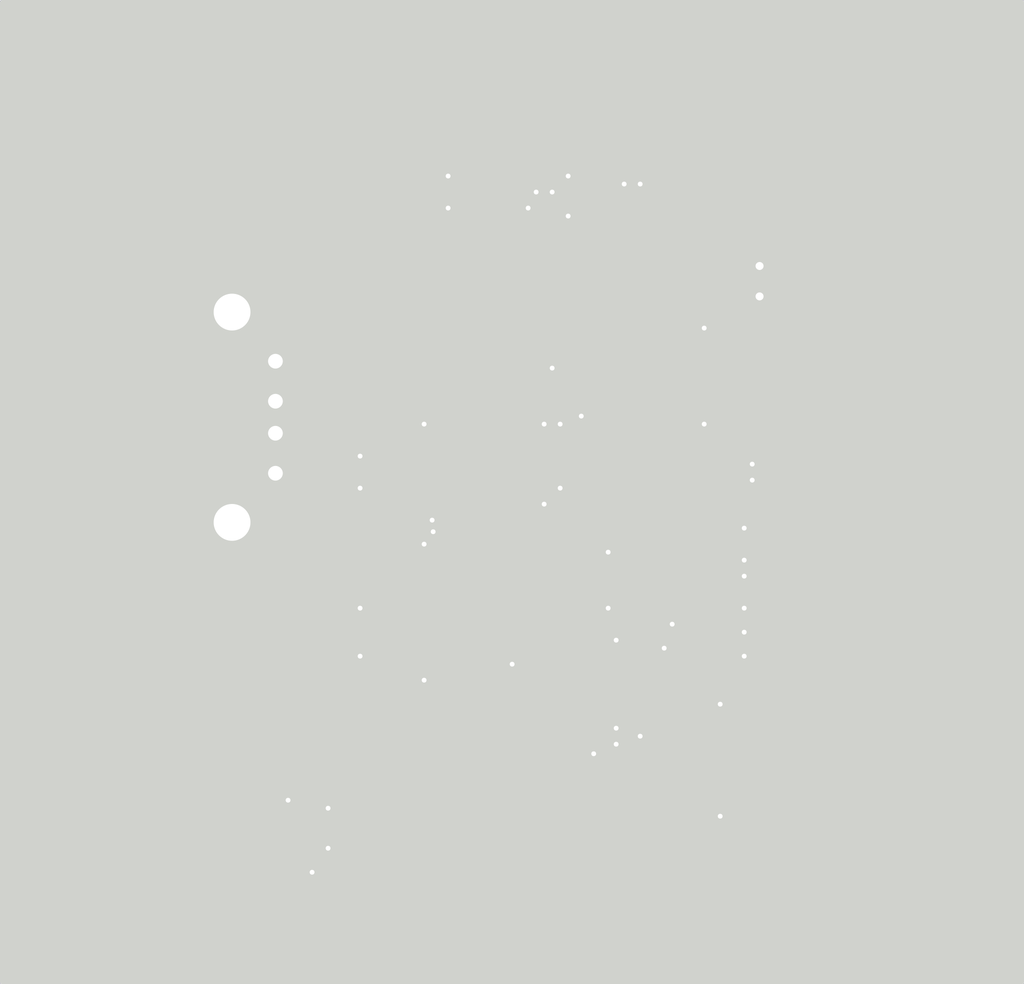
<source format=kicad_pcb>
(kicad_pcb (version 20241229) (generator "pcbnew") (generator_version "9.0")
  (layers (0 "F.Cu" signal) (4 "In1.Cu" signal) (6 "In2.Cu" signal) (8 "In3.Cu" signal) (10 "In4.Cu" signal) (2 "B.Cu" signal) (13 "F.Paste" user) (15 "B.Paste" user) (5 "F.SilkS" user "F.Silkscreen") (7 "B.SilkS" user "B.Silkscreen") (1 "F.Mask" user) (3 "B.Mask" user) (25 "Edge.Cuts" user))
  (net 0 "")
  (net 1 "SDC0_CMD")
  (net 2 "VDD")
  (net 3 "SDC0_D1")
  (net 4 "X32KIN")
  (net 5 "X32KOUT")
  (net 6 "SDC0_D2")
  (net 7 "SDC0_D3")
  (net 8 "SDC0_D0")
  (net 9 "SVREF")
  (net 10 "GNDREF")
  (net 11 "VCC-DRAM")
  (net 13 "RESET")
  (net 14 "HPVCC")
  (net 16 "VDD-CPU")
  (net 20 "MCSI_D1_N")
  (net 26 "MCSI_D0_N")
  (net 27 "MCSI_D0_P")
  (net 48 "SZQ")
  (net 57 "X24MOUT")
  (net 59 "SDC0_CLK")
  (net 60 "MCSI_CK_P")
  (net 62 "USB_ID")
  (net 64 "CSI-SCK")
  (net 65 "MCSI_CK_N")
  (net 68 "MCSI_D1_P")
  (net 69 "USB_P")
  (net 70 "X24MIN")
  (net 71 "RTC-VIO")
  (net 80 "USB_N")
  (net 82 "VDD-EPHY")
  (net 84 "CSI_SDA")
  (net 92 "+5V")
  (net 96 "VCC-PLL")
  (footprint "Capacitor_SMD:C_0805_2012Metric_Pad1.18x1.45mm_HandSolder" (layer "F.Cu") (at 156.71 125.6075 90)
    (property "Reference" "C24")
    (property "Value" "104")
  )
  (footprint "Capacitor_SMD:C_0805_2012Metric_Pad1.18x1.45mm_HandSolder" (layer "F.Cu") (at 141.5 82.9625 -90)
    (property "Reference" "C34")
    (property "Value" "104")
  )
  (footprint "Capacitor_SMD:C_0805_2012Metric_Pad1.18x1.45mm_HandSolder" (layer "F.Cu") (at 139.9625 93.5)
    (property "Reference" "C14")
    (property "Value" "104")
  )
  (footprint "Resistor_SMD:R_0805_2012Metric_Pad1.20x1.40mm_HandSolder" (layer "F.Cu") (at 129.71 123.57 -90)
    (property "Reference" "R9")
    (property "Value" "2k")
  )
  (footprint "Capacitor_SMD:C_0805_2012Metric_Pad1.18x1.45mm_HandSolder" (layer "F.Cu") (at 147.68 125.6075 90)
    (property "Reference" "C21")
    (property "Value" "1uF")
  )
  (footprint "Capacitor_SMD:C_0805_2012Metric_Pad1.18x1.45mm_HandSolder" (layer "F.Cu") (at 141.71 120.0325 90)
    (property "Reference" "C7")
    (property "Value" "10uF")
  )
  (footprint "Capacitor_SMD:C_0805_2012Metric_Pad1.18x1.45mm_HandSolder" (layer "F.Cu") (at 161.71 116.07 90)
    (property "Reference" "C15")
    (property "Value" "104")
  )
  (footprint "Capacitor_SMD:C_0805_2012Metric_Pad1.18x1.45mm_HandSolder" (layer "F.Cu") (at 132.2475 119.07)
    (property "Reference" "C28")
    (property "Value" "104")
  )
  (footprint "Capacitor_SMD:C_0805_2012Metric_Pad1.18x1.45mm_HandSolder" (layer "F.Cu") (at 133.21 123.6075 90)
    (property "Reference" "C12")
    (property "Value" "104")
  )
  (footprint "Connector_USB:USB_A_Connfly_DS1095" (layer "F.Cu") (at 132.71 93.57 -90)
    (property "Reference" "J2")
    (property "Value" "USB_A")
  )
  (footprint "Capacitor_SMD:C_0805_2012Metric_Pad1.18x1.45mm_HandSolder" (layer "F.Cu") (at 150.71 120.0325 90)
    (property "Reference" "C10")
    (property "Value" "104")
  )
  (footprint "Capacitor_SMD:C_0805_2012Metric_Pad1.18x1.45mm_HandSolder" (layer "F.Cu") (at 150.69 125.6075 90)
    (property "Reference" "C22")
    (property "Value" "104")
  )
  (footprint "Capacitor_SMD:C_0805_2012Metric_Pad1.18x1.45mm_HandSolder" (layer "F.Cu") (at 173.5 122.0375 -90)
    (property "Reference" "C40")
    (property "Value" "18pF")
  )
  (footprint "Capacitor_SMD:C_0805_2012Metric_Pad1.18x1.45mm_HandSolder" (layer "F.Cu") (at 141.66 125.6075 90)
    (property "Reference" "C19")
    (property "Value" "10uF")
  )
  (footprint "Capacitor_SMD:C_0805_2012Metric_Pad1.18x1.45mm_HandSolder" (layer "F.Cu") (at 126.6725 116.07)
    (property "Reference" "C33")
    (property "Value" "104")
  )
  (footprint "Capacitor_SMD:C_0805_2012Metric_Pad1.18x1.45mm_HandSolder" (layer "F.Cu") (at 126.7475 119.07)
    (property "Reference" "C35")
    (property "Value" "240")
  )
  (footprint "Capacitor_SMD:C_0805_2012Metric_Pad1.18x1.45mm_HandSolder" (layer "F.Cu") (at 161.71 97.5375 90)
    (property "Reference" "C43")
    (property "Value" "1uF")
  )
  (footprint "Capacitor_SMD:C_0805_2012Metric_Pad1.18x1.45mm_HandSolder" (layer "F.Cu") (at 154.71 95.5325 -90)
    (property "Reference" "C37")
    (property "Value" "4.7uF")
  )
  (footprint "Resistor_SMD:R_0805_2012Metric_Pad1.20x1.40mm_HandSolder" (layer "F.Cu") (at 167.5 77 180)
    (property "Reference" "R4")
    (property "Value" "47k")
  )
  (footprint "Capacitor_SMD:C_0805_2012Metric_Pad1.18x1.45mm_HandSolder" (layer "F.Cu") (at 164.1725 92.57)
    (property "Reference" "C38")
    (property "Value" "18pF")
  )
  (footprint "Capacitor_SMD:C_0805_2012Metric_Pad1.18x1.45mm_HandSolder" (layer "F.Cu") (at 132.1725 107.07)
    (property "Reference" "C18")
    (property "Value" "104")
  )
  (footprint "Capacitor_SMD:C_0805_2012Metric_Pad1.18x1.45mm_HandSolder" (layer "F.Cu") (at 164.2475 84.57)
    (property "Reference" "C39")
    (property "Value" "18pF")
  )
  (footprint "Capacitor_SMD:C_0805_2012Metric_Pad1.18x1.45mm_HandSolder" (layer "F.Cu") (at 153.71 120.0325 90)
    (property "Reference" "C11")
    (property "Value" "104")
  )
  (footprint "Capacitor_SMD:C_0805_2012Metric_Pad1.18x1.45mm_HandSolder" (layer "F.Cu") (at 132.2475 116.06)
    (property "Reference" "C27")
    (property "Value" "1uF")
  )
  (footprint "Capacitor_SMD:C_0805_2012Metric_Pad1.18x1.45mm_HandSolder" (layer "F.Cu") (at 126.6725 113.07)
    (property "Reference" "C32")
    (property "Value" "104")
  )
  (footprint "Package_QFP:LQFP-128_14x14mm_P0.4mm" (layer "F.Cu") (at 147.71 107.07)
    (property "Reference" "U1")
    (property "Value" "V3s-eLQFP128")
  )
  (footprint "Resistor_SMD:R_0805_2012Metric_Pad1.20x1.40mm_HandSolder" (layer "F.Cu") (at 159.71 88.57 90)
    (property "Reference" "R1")
    (property "Value" "10M")
  )
  (footprint "Connector_FFC-FPC:TE_1-84952-5_1x15-1MP_P1.0mm_Horizontal" (layer "F.Cu") (at 166.51 106.07 90)
    (property "Reference" "IMX1")
    (property "Value" "~")
  )
  (footprint "Capacitor_SMD:C_0805_2012Metric_Pad1.18x1.45mm_HandSolder" (layer "F.Cu") (at 133.21 128.07 90)
    (property "Reference" "C13")
    (property "Value" "104")
  )
  (footprint "Capacitor_SMD:C_0805_2012Metric_Pad1.18x1.45mm_HandSolder" (layer "F.Cu") (at 156.71 120.1075 90)
    (property "Reference" "C17")
    (property "Value" "104")
  )
  (footprint "Capacitor_SMD:C_0805_2012Metric_Pad1.18x1.45mm_HandSolder" (layer "F.Cu") (at 153.7 125.6075 90)
    (property "Reference" "C23")
    (property "Value" "104")
  )
  (footprint "Crystal:Crystal_SMD_3225-4Pin_3.2x2.5mm_HandSoldering" (layer "F.Cu") (at 167.5 124 180)
    (property "Reference" "Y4")
    (property "Value" "Crystal_GND24")
  )
  (footprint "Capacitor_SMD:C_0805_2012Metric_Pad1.18x1.45mm_HandSolder" (layer "F.Cu") (at 126.6725 110.06)
    (property "Reference" "C31")
    (property "Value" "1uF")
  )
  (footprint "Resistor_SMD:R_0805_2012Metric_Pad1.20x1.40mm_HandSolder" (layer "F.Cu") (at 167.5 74.5 180)
    (property "Reference" "R5")
    (property "Value" "47k")
  )
  (footprint "Capacitor_SMD:C_0805_2012Metric_Pad1.18x1.45mm_HandSolder" (layer "F.Cu") (at 132.2475 113.05)
    (property "Reference" "C26")
    (property "Value" "1uF")
  )
  (footprint "Resistor_SMD:R_0805_2012Metric_Pad1.20x1.40mm_HandSolder" (layer "F.Cu") (at 161.5 74.5 180)
    (property "Reference" "R2")
    (property "Value" "47k")
  )
  (footprint "Capacitor_SMD:C_0805_2012Metric_Pad1.18x1.45mm_HandSolder" (layer "F.Cu") (at 157.71 95.57 -90)
    (property "Reference" "C16")
    (property "Value" "104")
  )
  (footprint "Crystal:Crystal_C38-LF_D3.0mm_L8.0mm_Horizontal_1EP_style1" (layer "F.Cu") (at 162.96 89.52 90)
    (property "Reference" "Y2")
    (property "Value" "Crystal_GND3")
  )
  (footprint "Capacitor_SMD:C_0805_2012Metric_Pad1.18x1.45mm_HandSolder" (layer "F.Cu") (at 131.21 85.6075 -90)
    (property "Reference" "C47")
    (property "Value" "1uF")
  )
  (footprint "Resistor_SMD:R_0805_2012Metric_Pad1.20x1.40mm_HandSolder" (layer "F.Cu") (at 161.5 77 180)
    (property "Reference" "R3")
    (property "Value" "47k")
  )
  (footprint "Capacitor_SMD:C_0805_2012Metric_Pad1.18x1.45mm_HandSolder" (layer "F.Cu") (at 147.71 120.0325 90)
    (property "Reference" "C9")
    (property "Value" "1uF")
  )
  (footprint "Capacitor_SMD:C_0805_2012Metric_Pad1.18x1.45mm_HandSolder" (layer "F.Cu") (at 138.71 125.4625 90)
    (property "Reference" "C29")
    (property "Value" "104")
  )
  (footprint "Connector_Card:microSD_HC_Hirose_DM3D-SF" (layer "F.Cu") (at 151.075 85.55 180)
    (property "Reference" "TF_Card1")
    (property "Value" "~")
  )
  (footprint "Resistor_SMD:R_0805_2012Metric_Pad1.20x1.40mm_HandSolder" (layer "F.Cu") (at 129.71 128.07 -90)
    (property "Reference" "R10")
    (property "Value" "2k")
  )
  (footprint "Capacitor_SMD:C_0805_2012Metric_Pad1.18x1.45mm_HandSolder" (layer "F.Cu") (at 126.6725 107.05)
    (property "Reference" "C30")
    (property "Value" "10uF")
  )
  (footprint "Capacitor_SMD:C_0805_2012Metric_Pad1.18x1.45mm_HandSolder" (layer "F.Cu") (at 132.2475 110.04)
    (property "Reference" "C25")
    (property "Value" "10uF")
  )
  (footprint "Capacitor_SMD:C_0805_2012Metric_Pad1.18x1.45mm_HandSolder" (layer "F.Cu") (at 162 122.0375 -90)
    (property "Reference" "C41")
    (property "Value" "18pF")
  )
  (footprint "Capacitor_SMD:C_0805_2012Metric_Pad1.18x1.45mm_HandSolder" (layer "F.Cu") (at 134.22 85.6075 -90)
    (property "Reference" "C46")
    (property "Value" "104")
  )
  (footprint "Capacitor_SMD:C_0805_2012Metric_Pad1.18x1.45mm_HandSolder" (layer "F.Cu") (at 144.67 125.6075 90)
    (property "Reference" "C20")
    (property "Value" "1uF")
  )
  (footprint "Capacitor_SMD:C_0805_2012Metric_Pad1.18x1.45mm_HandSolder" (layer "F.Cu") (at 144.71 120.0325 90)
    (property "Reference" "C8")
    (property "Value" "1uF")
  )
  (footprint "Resistor_SMD:R_0805_2012Metric_Pad1.20x1.40mm_HandSolder" (layer "F.Cu") (at 167.5 79.5 180)
    (property "Reference" "R6")
    (property "Value" "47k")
  )
  (segment (start 150.1 82.9) (end 150 83) (width 0.127) (layer "F.Cu") (net 1))
  (segment (start 150 96) (end 151.51 97.51) (width 0.127) (layer "F.Cu") (net 1))
  (segment (start 163.1085 77.8915) (end 151.8835 77.8915) (width 0.127) (layer "F.Cu") (net 1))
  (segment (start 150 94) (end 150 96) (width 0.127) (layer "F.Cu") (net 1))
  (segment (start 150.1 79.675) (end 150.1 80.2) (width 0.127) (layer "F.Cu") (net 1))
  (segment (start 151.51 97.51) (end 151.51 99.4075) (width 0.127) (layer "F.Cu") (net 1))
  (segment (start 150.1 80.2) (end 150.1 82.9) (width 0.127) (layer "F.Cu") (net 1))
  (segment (start 166.5 74.5) (end 163.1085 77.8915) (width 0.127) (layer "F.Cu") (net 1))
  (segment (start 151.8835 77.8915) (end 150.1 79.675) (width 0.127) (layer "F.Cu") (net 1))
  (via (at 150 94) (size 0.6) (drill 0.3) (layers "F.Cu" "B.Cu") (net 1))
  (via (at 150 83) (size 0.6) (drill 0.3) (layers "F.Cu" "B.Cu") (net 1))
  (segment (start 150 83) (end 150 94) (width 0.127) (layer "B.Cu") (net 1))
  (segment (start 143.425 81.925) (end 141.5 81.925) (width 0.127) (layer "F.Cu") (net 2))
  (segment (start 143.5 82) (end 143.425 81.925) (width 0.127) (layer "F.Cu") (net 2))
  (segment (start 166.5 72.5) (end 168.5 74.5) (width 0.127) (layer "F.Cu") (net 2))
  (segment (start 168.5 77) (end 168.5 79.5) (width 0.127) (layer "F.Cu") (net 2))
  (segment (start 151 80.4) (end 151 82) (width 0.127) (layer "F.Cu") (net 2))
  (segment (start 162.5 74.5) (end 164.5 72.5) (width 0.127) (layer "F.Cu") (net 2))
  (segment (start 162.5 74.5) (end 162.5 77) (width 0.127) (layer "F.Cu") (net 2))
  (segment (start 164.5 72.5) (end 166.5 72.5) (width 0.127) (layer "F.Cu") (net 2))
  (segment (start 162.5 74.5) (end 161 73) (width 0.127) (layer "F.Cu") (net 2))
  (segment (start 161 73) (end 150.425 73) (width 0.127) (layer "F.Cu") (net 2))
  (segment (start 168.5 74.5) (end 168.5 77) (width 0.127) (layer "F.Cu") (net 2))
  (segment (start 150.425 73) (end 141.5 81.925) (width 0.127) (layer "F.Cu") (net 2))
  (segment (start 151.2 80.2) (end 151 80.4) (width 0.127) (layer "F.Cu") (net 2))
  (via (at 151 82) (size 0.6) (drill 0.3) (layers "F.Cu" "B.Cu") (net 2))
  (via (at 143.5 82) (size 0.6) (drill 0.3) (layers "F.Cu" "B.Cu") (net 2))
  (segment (start 151 82) (end 143.5 82) (width 0.127) (layer "B.Cu") (net 2))
  (segment (start 166.198 79.198) (end 156.077 79.198) (width 0.127) (layer "F.Cu") (net 3))
  (segment (start 166.5 79.5) (end 166.198 79.198) (width 0.127) (layer "F.Cu") (net 3))
  (segment (start 149.5 102.5) (end 149.91 102.09) (width 0.127) (layer "F.Cu") (net 3))
  (segment (start 155.5 82.5) (end 155.5 80.3) (width 0.127) (layer "F.Cu") (net 3))
  (segment (start 155.6 79.675) (end 155.6 80.2) (width 0.127) (layer "F.Cu") (net 3))
  (segment (start 156.077 79.198) (end 155.6 79.675) (width 0.127) (layer "F.Cu") (net 3))
  (segment (start 155.5 80.3) (end 155.6 80.2) (width 0.127) (layer "F.Cu") (net 3))
  (segment (start 149.91 102.09) (end 149.91 99.4075) (width 0.127) (layer "F.Cu") (net 3))
  (via (at 149.5 102.5) (size 0.6) (drill 0.3) (layers "F.Cu" "B.Cu") (net 3))
  (via (at 155.5 82.5) (size 0.6) (drill 0.3) (layers "F.Cu" "B.Cu") (net 3))
  (segment (start 155.5 97.195086) (end 150.195086 102.5) (width 0.127) (layer "B.Cu") (net 3))
  (segment (start 155.5 82.5) (end 155.5 97.195086) (width 0.127) (layer "B.Cu") (net 3))
  (segment (start 150.195086 102.5) (end 149.5 102.5) (width 0.127) (layer "B.Cu") (net 3))
  (segment (start 163.135 89.695) (end 162.96 89.52) (width 0.127) (layer "F.Cu") (net 4))
  (segment (start 159.76 89.52) (end 159.71 89.57) (width 0.127) (layer "F.Cu") (net 4))
  (segment (start 162.96 89.52) (end 159.76 89.52) (width 0.127) (layer "F.Cu") (net 4))
  (segment (start 162.96 89.52) (end 162.96 92.801302) (width 0.127) (layer "F.Cu") (net 4))
  (segment (start 155.3725 100.388802) (end 155.3725 100.87) (width 0.127) (layer "F.Cu") (net 4))
  (segment (start 162.96 92.801302) (end 155.3725 100.388802) (width 0.127) (layer "F.Cu") (net 4))
  (segment (start 156.070944 101.27) (end 155.3725 101.27) (width 0.127) (layer "F.Cu") (net 5))
  (segment (start 159.5 97.5) (end 159.5 97.840944) (width 0.127) (layer "F.Cu") (net 5))
  (segment (start 162.96 87.62) (end 159.76 87.62) (width 0.127) (layer "F.Cu") (net 5))
  (segment (start 158.621302 88.658698) (end 158.621302 90.621302) (width 0.127) (layer "F.Cu") (net 5))
  (segment (start 163.21 86.79) (end 163.21 84.57) (width 0.127) (layer "F.Cu") (net 5))
  (segment (start 159.76 87.62) (end 159.71 87.57) (width 0.127) (layer "F.Cu") (net 5))
  (segment (start 159.71 87.57) (end 158.621302 88.658698) (width 0.127) (layer "F.Cu") (net 5))
  (segment (start 162.96 87.04) (end 163.21 86.79) (width 0.127) (layer "F.Cu") (net 5))
  (segment (start 159.5 97.840944) (end 156.070944 101.27) (width 0.127) (layer "F.Cu") (net 5))
  (segment (start 158.621302 90.621302) (end 159.5 91.5) (width 0.127) (layer "F.Cu") (net 5))
  (segment (start 162.96 87.62) (end 162.96 87.04) (width 0.127) (layer "F.Cu") (net 5))
  (via (at 159.5 91.5) (size 0.6) (drill 0.3) (layers "F.Cu" "B.Cu") (net 5))
  (via (at 159.5 97.5) (size 0.6) (drill 0.3) (layers "F.Cu" "B.Cu") (net 5))
  (segment (start 159.5 91.5) (end 159.5 97.5) (width 0.127) (layer "B.Cu") (net 5))
  (segment (start 153.075 74.5) (end 147.9 79.675) (width 0.127) (layer "F.Cu") (net 6))
  (segment (start 147.9 79.675) (end 147.9 80.2) (width 0.127) (layer "F.Cu") (net 6))
  (segment (start 152.31 95.226198) (end 152.31 99.4075) (width 0.127) (layer "F.Cu") (net 6))
  (segment (start 147.9 80.2) (end 147.4355 80.6645) (width 0.127) (layer "F.Cu") (net 6))
  (segment (start 147.4355 90.351698) (end 152.31 95.226198) (width 0.127) (layer "F.Cu") (net 6))
  (segment (start 147.4355 80.6645) (end 147.4355 90.351698) (width 0.127) (layer "F.Cu") (net 6))
  (segment (start 160.5 74.5) (end 153.075 74.5) (width 0.127) (layer "F.Cu") (net 6))
  (segment (start 151.8195 97) (end 151.91 97.0905) (width 0.127) (layer "F.Cu") (net 7))
  (segment (start 149 80.2) (end 149 83) (width 0.127) (layer "F.Cu") (net 7))
  (segment (start 151.5 77) (end 160.5 77) (width 0.127) (layer "F.Cu") (net 7))
  (segment (start 149 79.5) (end 151.5 77) (width 0.127) (layer "F.Cu") (net 7))
  (segment (start 149 80.2) (end 149 79.5) (width 0.127) (layer "F.Cu") (net 7))
  (segment (start 151.91 97.0905) (end 151.91 99.4075) (width 0.127) (layer "F.Cu") (net 7))
  (via (at 149 83) (size 0.6) (drill 0.3) (layers "F.Cu" "B.Cu") (net 7))
  (via (at 151.8195 97) (size 0.6) (drill 0.3) (layers "F.Cu" "B.Cu") (net 7))
  (segment (start 149 83) (end 149 94.1805) (width 0.127) (layer "B.Cu") (net 7))
  (segment (start 149 94.1805) (end 151.8195 97) (width 0.127) (layer "B.Cu") (net 7))
  (segment (start 154.5 79.675) (end 154.5 80.2) (width 0.127) (layer "F.Cu") (net 8))
  (segment (start 154.5 80.2) (end 154.5 82.5) (width 0.127) (layer "F.Cu") (net 8))
  (segment (start 150.31 101.31) (end 150.31 99.4075) (width 0.127) (layer "F.Cu") (net 8))
  (segment (start 155.675 78.5) (end 154.5 79.675) (width 0.127) (layer "F.Cu") (net 8))
  (segment (start 165 78.5) (end 155.675 78.5) (width 0.127) (layer "F.Cu") (net 8))
  (segment (start 166.5 77) (end 165 78.5) (width 0.127) (layer "F.Cu") (net 8))
  (segment (start 150.5 101.5) (end 150.31 101.31) (width 0.127) (layer "F.Cu") (net 8))
  (via (at 150.5 101.5) (size 0.6) (drill 0.3) (layers "F.Cu" "B.Cu") (net 8))
  (via (at 154.5 82.5) (size 0.6) (drill 0.3) (layers "F.Cu" "B.Cu") (net 8))
  (segment (start 154.5 84) (end 152.5 86) (width 0.127) (layer "B.Cu") (net 8))
  (segment (start 154.5 82.5) (end 154.5 84) (width 0.127) (layer "B.Cu") (net 8))
  (segment (start 152.5 86) (end 152.5 99.5) (width 0.127) (layer "B.Cu") (net 8))
  (segment (start 152.5 99.5) (end 150.5 101.5) (width 0.127) (layer "B.Cu") (net 8))
  (segment (start 129.7475 127.0325) (end 129.71 127.07) (width 0.127) (layer "F.Cu") (net 9))
  (segment (start 132.78 124.57) (end 129.71 124.57) (width 0.127) (layer "F.Cu") (net 9))
  (segment (start 133.21 124.645) (end 132.855 124.645) (width 0.127) (layer "F.Cu") (net 9))
  (segment (start 134.145 124.645) (end 133.21 124.645) (width 0.127) (layer "F.Cu") (net 9))
  (segment (start 154 116.5) (end 153.51 116.01) (width 0.127) (layer "F.Cu") (net 9))
  (segment (start 135 125.5) (end 134.145 124.645) (width 0.127) (layer "F.Cu") (net 9))
  (segment (start 153.51 116.01) (end 153.51 114.7325) (width 0.127) (layer "F.Cu") (net 9))
  (segment (start 133.21 127.0325) (end 129.7475 127.0325) (width 0.127) (layer "F.Cu") (net 9))
  (segment (start 133.21 124.645) (end 133.21 127.0325) (width 0.127) (layer "F.Cu") (net 9))
  (segment (start 155.3725 110.87) (end 154.13 110.87) (width 0.127) (layer "F.Cu") (net 9))
  (segment (start 132.855 124.645) (end 132.78 124.57) (width 0.127) (layer "F.Cu") (net 9))
  (segment (start 154.13 110.87) (end 154 111) (width 0.127) (layer "F.Cu") (net 9))
  (segment (start 129.71 124.57) (end 129.71 127.07) (width 0.127) (layer "F.Cu") (net 9))
  (segment (start 134.7425 125.5) (end 133.21 127.0325) (width 0.127) (layer "F.Cu") (net 9))
  (segment (start 135 125.5) (end 134.7425 125.5) (width 0.127) (layer "F.Cu") (net 9))
  (via (at 154 111) (size 0.6) (drill 0.3) (layers "F.Cu" "B.Cu") (net 9))
  (via (at 135 125.5) (size 0.6) (drill 0.3) (layers "F.Cu" "B.Cu") (net 9))
  (via (at 154 116.5) (size 0.6) (drill 0.3) (layers "F.Cu" "B.Cu") (net 9))
  (segment (start 154 116) (end 154 116.5) (width 0.127) (layer "B.Cu") (net 9))
  (segment (start 144.5 125.5) (end 135 125.5) (width 0.127) (layer "B.Cu") (net 9))
  (segment (start 154 116) (end 144.5 125.5) (width 0.127) (layer "B.Cu") (net 9))
  (segment (start 154 111) (end 154 116) (width 0.127) (layer "B.Cu") (net 9))
  (segment (start 153.4 83.1) (end 152 84.5) (width 0.127) (layer "F.Cu") (net 10))
  (segment (start 143.5 84) (end 141.5 84) (width 0.127) (layer "F.Cu") (net 10))
  (segment (start 153.4 80.2) (end 153.4 83.1) (width 0.127) (layer "F.Cu") (net 10))
  (segment (start 152 84.5) (end 151 84.5) (width 0.127) (layer "F.Cu") (net 10))
  (via (at 151 84.5) (size 0.6) (drill 0.3) (layers "F.Cu" "B.Cu") (net 10))
  (via (at 143.5 84) (size 0.6) (drill 0.3) (layers "F.Cu" "B.Cu") (net 10))
  (segment (start 151 83.304914) (end 150.195086 82.5) (width 0.127) (layer "B.Cu") (net 10))
  (segment (start 150.195086 82.5) (end 145 82.5) (width 0.127) (layer "B.Cu") (net 10))
  (segment (start 145 82.5) (end 143.5 84) (width 0.127) (layer "B.Cu") (net 10))
  (segment (start 151 84.5) (end 151 83.304914) (width 0.127) (layer "B.Cu") (net 10))
  (segment (start 155.3725 111.27) (end 155.151 111.4915) (width 0.127) (layer "F.Cu") (net 11))
  (segment (start 141.505 118.995) (end 137.93 122.57) (width 0.127) (layer "F.Cu") (net 11))
  (segment (start 147.71 118.995) (end 144.71 118.995) (width 0.127) (layer "F.Cu") (net 11))
  (segment (start 153.71 118.995) (end 153.11 118.395) (width 0.127) (layer "F.Cu") (net 11))
  (segment (start 137.93 122.57) (end 133.21 122.57) (width 0.127) (layer "F.Cu") (net 11))
  (segment (start 153.11 113.995001) (end 153.11 114.7325) (width 0.127) (layer "F.Cu") (net 11))
  (segment (start 141.71 118.995) (end 141.505 118.995) (width 0.127) (layer "F.Cu") (net 11))
  (segment (start 155.3725 111.27) (end 155.3725 111.67) (width 0.127) (layer "F.Cu") (net 11))
  (segment (start 153.0085 109.203586) (end 153.0085 108.796414) (width 0.127) (layer "F.Cu") (net 11))
  (segment (start 152.71 114.7325) (end 152.31 114.7325) (width 0.127) (layer "F.Cu") (net 11))
  (segment (start 155.3725 110.47) (end 154.274914 110.47) (width 0.127) (layer "F.Cu") (net 11))
  (segment (start 154.134914 107.67) (end 155.3725 107.67) (width 0.127) (layer "F.Cu") (net 11))
  (segment (start 153.0085 108.796414) (end 154.134914 107.67) (width 0.127) (layer "F.Cu") (net 11))
  (segment (start 133.21 122.57) (end 129.71 122.57) (width 0.127) (layer "F.Cu") (net 11))
  (segment (start 155.3725 112.47) (end 155.3725 112.07) (width 0.127) (layer "F.Cu") (net 11))
  (segment (start 155.151 111.4915) (end 153.796414 111.4915) (width 0.127) (layer "F.Cu") (net 11))
  (segment (start 150.71 118.995) (end 147.71 118.995) (width 0.127) (layer "F.Cu") (net 11))
  (segment (start 155.3725 112.87) (end 155.3725 112.47) (width 0.127) (layer "F.Cu") (net 11))
  (segment (start 153.71 118.995) (end 150.71 118.995) (width 0.127) (layer "F.Cu") (net 11))
  (segment (start 153.11 114.7325) (end 152.71 114.7325) (width 0.127) (layer "F.Cu") (net 11))
  (segment (start 147.71 118.995) (end 141.71 118.995) (width 0.127) (layer "F.Cu") (net 11))
  (segment (start 153.11 118.395) (end 153.11 114.7325) (width 0.127) (layer "F.Cu") (net 11))
  (segment (start 153.834914 110.47) (end 155.3725 110.47) (width 0.127) (layer "F.Cu") (net 11))
  (segment (start 155.3725 112.07) (end 155.3725 111.67) (width 0.127) (layer "F.Cu") (net 11))
  (segment (start 153.835001 113.27) (end 153.11 113.995001) (width 0.127) (layer "F.Cu") (net 11))
  (segment (start 155.3725 113.27) (end 155.3725 112.87) (width 0.127) (layer "F.Cu") (net 11))
  (segment (start 152.31 114.7325) (end 151.91 114.7325) (width 0.127) (layer "F.Cu") (net 11))
  (segment (start 154.274914 110.47) (end 153.0085 109.203586) (width 0.127) (layer "F.Cu") (net 11))
  (segment (start 153.5085 110.796414) (end 153.834914 110.47) (width 0.127) (layer "F.Cu") (net 11))
  (segment (start 153.796414 111.4915) (end 153.5085 111.203586) (width 0.127) (layer "F.Cu") (net 11))
  (segment (start 153.5085 111.203586) (end 153.5085 110.796414) (width 0.127) (layer "F.Cu") (net 11))
  (segment (start 155.3725 113.27) (end 153.835001 113.27) (width 0.127) (layer "F.Cu") (net 11))
  (segment (start 139.9775 112) (end 140.0475 112.07) (width 0.127) (layer "F.Cu") (net 14))
  (segment (start 149.0085 102.296414) (end 149.0085 102.703586) (width 0.127) (layer "F.Cu") (net 14))
  (segment (start 138 99.5) (end 139.0215 98.4785) (width 0.127) (layer "F.Cu") (net 14))
  (segment (start 161.71 97.57) (end 163.21 97.57) (width 0.127) (layer "F.Cu") (net 14))
  (segment (start 141.5085 97.296414) (end 141.796414 97.0085) (width 0.127) (layer "F.Cu") (net 14))
  (segment (start 144 93.5) (end 141 93.5) (width 0.127) (layer "F.Cu") (net 14))
  (segment (start 148.31 114.7325) (end 148.31 114.034377) (width 0.127) (layer "F.Cu") (net 14))
  (segment (start 142 113) (end 142 113.5) (width 0.127) (layer "F.Cu") (net 14))
  (segment (start 138 103.920944) (end 138 101.5) (width 0.127) (layer "F.Cu") (net 14))
  (segment (start 143.91 98.670001) (end 143.91 99.4075) (width 0.127) (layer "F.Cu") (net 14))
  (segment (start 161.71 97.57) (end 161.71 98.575) (width 0.127) (layer "F.Cu") (net 14))
  (segment (start 153.51 100.944999) (end 154.032501 101.467499) (width 0.127) (layer "F.Cu") (net 14))
  (segment (start 139.0215 98.4785) (end 141.718499 98.4785) (width 0.127) (layer "F.Cu") (net 14))
  (segment (start 147.5 112.5) (end 148.31 113.31) (width 0.127) (layer "F.Cu") (net 14))
  (segment (start 128.6065 106.1535) (end 127.71 107.05) (width 0.127) (layer "F.Cu") (net 14))
  (segment (start 139.310001 105.27) (end 138 106.580001) (width 0.127) (layer "F.Cu") (net 14))
  (segment (start 148.31 113.31) (end 148.31 114.7325) (width 0.127) (layer "F.Cu") (net 14))
  (segment (start 161.71 115.0325) (end 161.71 114.21) (width 0.127) (layer "F.Cu") (net 14))
  (segment (start 153.51 99.4075) (end 153.51 100.944999) (width 0.127) (layer "F.Cu") (net 14))
  (segment (start 153.51 99.4075) (end 153.51 100.144999) (width 0.127) (layer "F.Cu") (net 14))
  (segment (start 150.663499 113.5485) (end 151.11 113.995001) (width 0.127) (layer "F.Cu") (net 14))
  (segment (start 141.91 98.105086) (end 141.5085 97.703586) (width 0.127) (layer "F.Cu") (net 14))
  (segment (start 154.4435 105.078499) (end 154.4435 102.261501) (width 0.127) (layer "F.Cu") (net 14))
  (segment (start 154.032501 101.467499) (end 148.31 107.19) (width 0.127) (layer "F.Cu") (net 14))
  (segment (start 135.01 105.27) (end 140.0475 105.27) (width 0.127) (layer "F.Cu") (net 14))
  (segment (start 127.71 107.05) (end 127.71 110.06) (width 0.127) (layer "F.Cu") (net 14))
  (segment (start 133.21 107.07) (end 132.2935 106.1535) (width 0.127) (layer "F.Cu") (net 14))
  (segment (start 141.91 99.4075) (end 141.91 98.105086) (width 0.127) (layer "F.Cu") (net 14))
  (segment (start 151.11 100.11) (end 151.3365 100.3365) (width 0.127) (layer "F.Cu") (net 14))
  (segment (start 148.31 107.19) (end 148.31 114.7325) (width 0.127) (layer "F.Cu") (net 14))
  (segment (start 132.2935 106.1535) (end 128.6065 106.1535) (width 0.127) (layer "F.Cu") (net 14))
  (segment (start 149.11 98.61) (end 144 93.5) (width 0.127) (layer "F.Cu") (net 14))
  (segment (start 153.701501 100.3365) (end 154.5685 100.3365) (width 0.127) (layer "F.Cu") (net 14))
  (segment (start 127.71 110.06) (end 127.71 113.07) (width 0.127) (layer "F.Cu") (net 14))
  (segment (start 161.71 114.21) (end 157.5 110) (width 0.127) (layer "F.Cu") (net 14))
  (segment (start 157.71 97.195) (end 157.71 96.6075) (width 0.127) (layer "F.Cu") (net 14))
  (segment (start 140.0475 105.27) (end 139.349056 105.27) (width 0.127) (layer "F.Cu") (net 14))
  (segment (start 149.0085 102.703586) (end 149.296414 102.9915) (width 0.127) (layer "F.Cu") (net 14))
  (segment (start 164.71 103.07) (end 163.57 103.07) (width 0.127) (layer "F.Cu") (net 14))
  (segment (start 127.71 113.07) (end 127.71 116.07) (width 0.127) (layer "F.Cu") (net 14))
  (segment (start 140.0475 105.27) (end 139.310001 105.27) (width 0.127) (layer "F.Cu") (net 14))
  (segment (start 133.21 107.07) (end 135.01 105.27) (width 0.127) (layer "F.Cu") (net 14))
  (segment (start 153.318499 100.3365) (end 153.51 100.144999) (width 0.127) (layer "F.Cu") (net 14))
  (segment (start 163.21 97.57) (end 164.71 99.07) (width 0.127) (layer "F.Cu") (net 14))
  (segment (start 141.796414 97.0085) (end 142.248499 97.0085) (width 0.127) (layer "F.Cu") (net 14))
  (segment (start 140.0475 112.07) (end 141.07 112.07) (width 0.127) (layer "F.Cu") (net 14))
  (segment (start 139.349056 105.27) (end 138 103.920944) (width 0.127) (layer "F.Cu") (net 14))
  (segment (start 163.57 103.07) (end 161.71 101.21) (width 0.127) (layer "F.Cu") (net 14))
  (segment (start 154.032501 101.467499) (end 154.635001 102.07) (width 0.127) (layer "F.Cu") (net 14))
  (segment (start 138 112) (end 139.9775 112) (width 0.127) (layer "F.Cu") (net 14))
  (segment (start 149.11 99.4075) (end 149.11 102.194914) (width 0.127) (layer "F.Cu") (net 14))
  (segment (start 161.71 98.575) (end 158.215 102.07) (width 0.127) (layer "F.Cu") (net 14))
  (segment (start 153.73 105.27) (end 155.3725 105.27) (width 0.127) (layer "F.Cu") (net 14))
  (segment (start 151.11 101.585086) (end 151.11 99.4075) (width 0.127) (layer "F.Cu") (net 14))
  (segment (start 149.11 102.194914) (end 149.0085 102.296414) (width 0.127) (layer "F.Cu") (net 14))
  (segment (start 154.635001 102.07) (end 155.3725 102.07) (width 0.127) (layer "F.Cu") (net 14))
  (segment (start 148.795877 113.5485) (end 150.663499 113.5485) (width 0.127) (layer "F.Cu") (net 14))
  (segment (start 149.703586 102.9915) (end 151.11 101.585086) (width 0.127) (layer "F.Cu") (net 14))
  (segment (start 142.248499 97.0085) (end 143.91 98.670001) (width 0.127) (layer "F.Cu") (net 14))
  (segment (start 151.11 113.995001) (end 151.11 114.7325) (width 0.127) (layer "F.Cu") (net 14))
  (segment (start 138 106.580001) (end 138 109) (width 0.127) (layer "F.Cu") (net 14))
  (segment (start 155.3725 105.27) (end 154.635001 105.27) (width 0.127) (layer "F.Cu") (net 14))
  (segment (start 141.91 98.670001) (end 141.91 99.4075) (width 0.127) (layer "F.Cu") (net 14))
  (segment (start 153.51 100.144999) (end 153.701501 100.3365) (width 0.127) (layer "F.Cu") (net 14))
  (segment (start 148.31 114.034377) (end 148.795877 113.5485) (width 0.127) (layer "F.Cu") (net 14))
  (segment (start 158.215 102.07) (end 155.3725 102.07) (width 0.127) (layer "F.Cu") (net 14))
  (segment (start 154.4435 102.261501) (end 154.635001 102.07) (width 0.127) (layer "F.Cu") (net 14))
  (segment (start 151.11 99.4075) (end 151.11 100.11) (width 0.127) (layer "F.Cu") (net 14))
  (segment (start 154.5685 100.3365) (end 157.71 97.195) (width 0.127) (layer "F.Cu") (net 14))
  (segment (start 141.718499 98.4785) (end 141.91 98.670001) (width 0.127) (layer "F.Cu") (net 14))
  (segment (start 154.635001 105.27) (end 154.4435 105.078499) (width 0.127) (layer "F.Cu") (net 14))
  (segment (start 141.07 112.07) (end 142 113) (width 0.127) (layer "F.Cu") (net 14))
  (segment (start 151.3365 100.3365) (end 153.318499 100.3365) (width 0.127) (layer "F.Cu") (net 14))
  (segment (start 153.5 105.5) (end 153.73 105.27) (width 0.127) (layer "F.Cu") (net 14))
  (segment (start 141.5085 97.703586) (end 141.5085 97.296414) (width 0.127) (layer "F.Cu") (net 14))
  (segment (start 161.71 98.575) (end 161.71 101.21) (width 0.127) (layer "F.Cu") (net 14))
  (segment (start 149.296414 102.9915) (end 149.703586 102.9915) (width 0.127) (layer "F.Cu") (net 14))
  (segment (start 149.11 99.4075) (end 149.11 98.61) (width 0.127) (layer "F.Cu") (net 14))
  (via (at 147.5 112.5) (size 0.6) (drill 0.3) (layers "F.Cu" "B.Cu") (net 14))
  (via (at 138 99.5) (size 0.6) (drill 0.3) (layers "F.Cu" "B.Cu") (net 14))
  (via (at 138 109) (size 0.6) (drill 0.3) (layers "F.Cu" "B.Cu") (net 14))
  (via (at 142 113.5) (size 0.6) (drill 0.3) (layers "F.Cu" "B.Cu") (net 14))
  (via (at 138 101.5) (size 0.6) (drill 0.3) (layers "F.Cu" "B.Cu") (net 14))
  (via (at 138 112) (size 0.6) (drill 0.3) (layers "F.Cu" "B.Cu") (net 14))
  (via (at 153.5 105.5) (size 0.6) (drill 0.3) (layers "F.Cu" "B.Cu") (net 14))
  (via (at 157.5 110) (size 0.6) (drill 0.3) (layers "F.Cu" "B.Cu") (net 14))
  (segment (start 153.5 105.5) (end 153.5 106) (width 0.127) (layer "B.Cu") (net 14))
  (segment (start 142 113.5) (end 146.5 113.5) (width 0.127) (layer "B.Cu") (net 14))
  (segment (start 138 109) (end 138 112) (width 0.127) (layer "B.Cu") (net 14))
  (segment (start 153.5 106) (end 157.5 110) (width 0.127) (layer "B.Cu") (net 14))
  (segment (start 146.5 113.5) (end 147.5 112.5) (width 0.127) (layer "B.Cu") (net 14))
  (segment (start 138 101.5) (end 138 99.5) (width 0.127) (layer "B.Cu") (net 14))
  (segment (start 143.701501 115.6615) (end 143.51 115.469999) (width 0.127) (layer "F.Cu") (net 16))
  (segment (start 138.71 124.425) (end 136.425 124.425) (width 0.127) (layer "F.Cu") (net 16))
  (segment (start 136 121.5) (end 133.57 119.07) (width 0.127) (layer "F.Cu") (net 16))
  (segment (start 140.0475 110.47) (end 139.349056 110.47) (width 0.127) (layer "F.Cu") (net 16))
  (segment (start 148.479444 115.6615) (end 147.301501 115.6615) (width 0.127) (layer "F.Cu") (net 16))
  (segment (start 150.71 114.7325) (end 150.71 114.034056) (width 0.127) (layer "F.Cu") (net 16))
  (segment (start 138.855 124.57) (end 138.71 124.425) (width 0.127) (layer "F.Cu") (net 16))
  (segment (start 139.310001 108.87) (end 140.0475 108.87) (width 0.127) (layer "F.Cu") (net 16))
  (segment (start 153.7 124.57) (end 150.69 124.57) (width 0.127) (layer "F.Cu") (net 16))
  (segment (start 153.73 107.27) (end 155.3725 107.27) (width 0.127) (layer "F.Cu") (net 16))
  (segment (start 150.901501 115.6615) (end 150.71 115.469999) (width 0.127) (layer "F.Cu") (net 16))
  (segment (start 140.0475 108.87) (end 140.0475 108.47) (width 0.127) (layer "F.Cu") (net 16))
  (segment (start 148.71 114.7325) (end 148.71 115.430944) (width 0.127) (layer "F.Cu") (net 16))
  (segment (start 151.51 114.7325) (end 151.51 115.430944) (width 0.127) (layer "F.Cu") (net 16))
  (segment (start 143.51 115.469999) (end 143.51 114.7325) (width 0.127) (layer "F.Cu") (net 16))
  (segment (start 136.425 124.425) (end 136 124) (width 0.127) (layer "F.Cu") (net 16))
  (segment (start 143.51 113.595001) (end 140.784999 110.87) (width 0.127) (layer "F.Cu") (net 16))
  (segment (start 151.51 109.49) (end 153.73 107.27) (width 0.127) (layer "F.Cu") (net 16))
  (segment (start 149.5 97.5) (end 149.51 97.51) (width 0.127) (layer "F.Cu") (net 16))
  (segment (start 140.0475 110.47) (end 133.715 110.47) (width 0.127) (layer "F.Cu") (net 16))
  (segment (start 147.11 114.7325) (end 147.11 115.430944) (width 0.127) (layer "F.Cu") (net 16))
  (segment (start 133.285 119.07) (end 133.285 116.06) (width 0.127) (layer "F.Cu") (net 16))
  (segment (start 133.285 113.05) (end 133.285 110.04) (width 0.127) (layer "F.Cu") (net 16))
  (segment (start 151.279444 115.6615) (end 150.901501 115.6615) (width 0.127) (layer "F.Cu") (net 16))
  (segment (start 150.71 115.469999) (end 150.71 114.7325) (width 0.127) (layer "F.Cu") (net 16))
  (segment (start 142 106.815944) (end 142 105) (width 0.127) (layer "F.Cu") (net 16))
  (segment (start 133.57 119.07) (end 133.285 119.07) (width 0.127) (layer "F.Cu") (net 16))
  (segment (start 154.5 115.3225) (end 153.91 114.7325) (width 0.127) (layer "F.Cu") (net 16))
  (segment (start 140.0475 110.87) (end 140.0475 110.47) (width 0.127) (layer "F.Cu") (net 16))
  (segment (start 133.715 110.47) (end 133.285 110.04) (width 0.127) (layer "F.Cu") (net 16))
  (segment (start 142.31 97.81) (end 142.31 99.4075) (width 0.127) (layer "F.Cu") (net 16))
  (segment (start 140.0475 108.07) (end 140.745944 108.07) (width 0.127) (layer "F.Cu") (net 16))
  (segment (start 142 97.5) (end 142.31 97.81) (width 0.127) (layer "F.Cu") (net 16))
  (segment (start 147.11 115.430944) (end 146.879444 115.6615) (width 0.127) (layer "F.Cu") (net 16))
  (segment (start 133.285 116.06) (end 133.285 113.05) (width 0.127) (layer "F.Cu") (net 16))
  (segment (start 150.479444 113.8035) (end 148.901501 113.8035) (width 0.127) (layer "F.Cu") (net 16))
  (segment (start 147.301501 115.6615) (end 147.11 115.469999) (width 0.127) (layer "F.Cu") (net 16))
  (segment (start 150.71 114.034056) (end 150.479444 113.8035) (width 0.127) (layer "F.Cu") (net 16))
  (segment (start 147.68 124.57) (end 144.67 124.57) (width 0.127) (layer "F.Cu") (net 16))
  (segment (start 139.1185 109.061501) (end 139.310001 108.87) (width 0.127) (layer "F.Cu") (net 16))
  (segment (start 143.51 114.7325) (end 143.51 113.595001) (width 0.127) (layer "F.Cu") (net 16))
  (segment (start 144.67 124.57) (end 141.66 124.57) (width 0.127) (layer "F.Cu") (net 16))
  (segment (start 146.879444 115.6615) (end 143.701501 115.6615) (width 0.127) (layer "F.Cu") (net 16))
  (segment (start 151.51 115.430944) (end 151.279444 115.6615) (width 0.127) (layer "F.Cu") (net 16))
  (segment (start 154 117.5) (end 154.5 117) (width 0.127) (layer "F.Cu") (net 16))
  (segment (start 148.71 113.995001) (end 148.71 114.7325) (width 0.127) (layer "F.Cu") (net 16))
  (segment (start 151.51 114.7325) (end 151.51 109.49) (width 0.127) (layer "F.Cu") (net 16))
  (segment (start 141.66 124.57) (end 138.855 124.57) (width 0.127) (layer "F.Cu") (net 16))
  (segment (start 140.745944 108.07) (end 142 106.815944) (width 0.127) (layer "F.Cu") (net 16))
  (segment (start 151.51 117.01) (end 152.596836 118.096836) (width 0.127) (layer "F.Cu") (net 16))
  (segment (start 148.71 115.430944) (end 148.479444 115.6615) (width 0.127) (layer "F.Cu") (net 16))
  (segment (start 156.71 124.57) (end 153.7 124.57) (width 0.127) (layer "F.Cu") (net 16))
  (segment (start 139.349056 110.47) (end 139.1185 110.239444) (width 0.127) (layer "F.Cu") (net 16))
  (segment (start 139.1185 110.239444) (end 139.1185 109.061501) (width 0.127) (layer "F.Cu") (net 16))
  (segment (start 149.51 97.51) (end 149.51 99.4075) (width 0.127) (layer "F.Cu") (net 16))
  (segment (start 150.69 124.57) (end 147.68 124.57) (width 0.127) (layer "F.Cu") (net 16))
  (segment (start 147.11 115.469999) (end 147.11 114.7325) (width 0.127) (layer "F.Cu") (net 16))
  (segment (start 148.901501 113.8035) (end 148.71 113.995001) (width 0.127) (layer "F.Cu") (net 16))
  (segment (start 140.784999 110.87) (end 140.0475 110.87) (width 0.127) (layer "F.Cu") (net 16))
  (segment (start 151.51 114.7325) (end 151.51 117.01) (width 0.127) (layer "F.Cu") (net 16))
  (segment (start 154.5 117) (end 154.5 115.3225) (width 0.127) (layer "F.Cu") (net 16))
  (segment (start 140.0475 108.47) (end 140.0475 108.07) (width 0.127) (layer "F.Cu") (net 16))
  (via (at 136 121.5) (size 0.6) (drill 0.3) (layers "F.Cu" "B.Cu") (net 16))
  (via (at 152.596836 118.096836) (size 0.6) (drill 0.3) (layers "F.Cu" "B.Cu") (net 16))
  (via (at 149.5 97.5) (size 0.6) (drill 0.3) (layers "F.Cu" "B.Cu") (net 16))
  (via (at 142 97.5) (size 0.6) (drill 0.3) (layers "F.Cu" "B.Cu") (net 16))
  (via (at 136 124) (size 0.6) (drill 0.3) (layers "F.Cu" "B.Cu") (net 16))
  (via (at 154 117.5) (size 0.6) (drill 0.3) (layers "F.Cu" "B.Cu") (net 16))
  (via (at 142 105) (size 0.6) (drill 0.3) (layers "F.Cu" "B.Cu") (net 16))
  (segment (start 153.193672 117.5) (end 154 117.5) (width 0.127) (layer "B.Cu") (net 16))
  (segment (start 149 98) (end 149.5 97.5) (width 0.127) (layer "B.Cu") (net 16))
  (segment (start 142 98) (end 149 98) (width 0.127) (layer "B.Cu") (net 16))
  (segment (start 152.596836 118.096836) (end 153.193672 117.5) (width 0.127) (layer "B.Cu") (net 16))
  (segment (start 142 98) (end 142 97.5) (width 0.127) (layer "B.Cu") (net 16))
  (segment (start 136 124) (end 136 121.5) (width 0.127) (layer "B.Cu") (net 16))
  (segment (start 142 105) (end 142 98) (width 0.127) (layer "B.Cu") (net 16))
  (segment (start 164.71 109.07) (end 162.07 109.07) (width 0.2) (layer "F.Cu") (net 20))
  (segment (start 162 107) (end 160.67 105.67) (width 0.2) (layer "F.Cu") (net 20))
  (segment (start 162.07 109.07) (end 162 109) (width 0.2) (layer "F.Cu") (net 20))
  (segment (start 160.67 105.67) (end 155.3725 105.67) (width 0.2) (layer "F.Cu") (net 20))
  (via (at 162 107) (size 0.6) (drill 0.3) (layers "F.Cu" "B.Cu") (net 20))
  (via (at 162 109) (size 0.6) (drill 0.3) (layers "F.Cu" "B.Cu") (net 20))
  (segment (start 162 109) (end 162 107) (width 0.2) (layer "B.Cu") (net 20))
  (segment (start 162.07 112.07) (end 162 112) (width 0.2) (layer "F.Cu") (net 26))
  (segment (start 157.97 106.47) (end 155.3725 106.47) (width 0.2) (layer "F.Cu") (net 26))
  (segment (start 162 110.5) (end 157.97 106.47) (width 0.2) (layer "F.Cu") (net 26))
  (segment (start 164.71 112.07) (end 162.07 112.07) (width 0.2) (layer "F.Cu") (net 26))
  (via (at 162 110.5) (size 0.6) (drill 0.3) (layers "F.Cu" "B.Cu") (net 26))
  (via (at 162 112) (size 0.6) (drill 0.3) (layers "F.Cu" "B.Cu") (net 26))
  (segment (start 162 112) (end 162 110.5) (width 0.2) (layer "B.Cu") (net 26))
  (segment (start 156.122562 106.87) (end 155.3725 106.87) (width 0.2) (layer "F.Cu") (net 27))
  (segment (start 164.71 111.07) (end 160.322562 111.07) (width 0.2) (layer "F.Cu") (net 27))
  (segment (start 160.322562 111.07) (end 156.122562 106.87) (width 0.2) (layer "F.Cu") (net 27))
  (segment (start 157 110.960001) (end 156.109999 110.07) (width 0.127) (layer "F.Cu") (net 48))
  (segment (start 129.715 121) (end 133.5 121) (width 0.127) (layer "F.Cu") (net 48))
  (segment (start 127.785 119.07) (end 129.715 121) (width 0.127) (layer "F.Cu") (net 48))
  (segment (start 157 111.5) (end 157 110.960001) (width 0.127) (layer "F.Cu") (net 48))
  (segment (start 156.109999 110.07) (end 155.3725 110.07) (width 0.127) (layer "F.Cu") (net 48))
  (via (at 157 111.5) (size 0.6) (drill 0.3) (layers "F.Cu" "B.Cu") (net 48))
  (via (at 133.5 121) (size 0.6) (drill 0.3) (layers "F.Cu" "B.Cu") (net 48))
  (segment (start 133.5 121) (end 145.9915 108.5085) (width 0.127) (layer "B.Cu") (net 48))
  (segment (start 145.9915 108.5085) (end 154.0085 108.5085) (width 0.127) (layer "B.Cu") (net 48))
  (segment (start 154.0085 108.5085) (end 157 111.5) (width 0.127) (layer "B.Cu") (net 48))
  (segment (start 160.5 114.282086) (end 160.7935 113.988586) (width 0.127) (layer "F.Cu") (net 57))
  (segment (start 162 123.075) (end 161.575 123.075) (width 0.127) (layer "F.Cu") (net 57))
  (segment (start 164.075 125.15) (end 162 123.075) (width 0.127) (layer "F.Cu") (net 57))
  (segment (start 160.7935 113.988586) (end 156.474914 109.67) (width 0.127) (layer "F.Cu") (net 57))
  (segment (start 161.575 123.075) (end 160.5 122) (width 0.127) (layer "F.Cu") (net 57))
  (segment (start 166.05 125.15) (end 164.075 125.15) (width 0.127) (layer "F.Cu") (net 57))
  (segment (start 160.5 115) (end 160.5 114.282086) (width 0.127) (layer "F.Cu") (net 57))
  (segment (start 156.474914 109.67) (end 155.3725 109.67) (width 0.127) (layer "F.Cu") (net 57))
  (via (at 160.5 115) (size 0.6) (drill 0.3) (layers "F.Cu" "B.Cu") (net 57))
  (via (at 160.5 122) (size 0.6) (drill 0.3) (layers "F.Cu" "B.Cu") (net 57))
  (segment (start 160.5 122) (end 160.5 115) (width 0.127) (layer "B.Cu") (net 57))
  (segment (start 150.71 97.71) (end 150.71 99.4075) (width 0.127) (layer "F.Cu") (net 59))
  (segment (start 152.1 84) (end 148.5 84) (width 0.127) (layer "F.Cu") (net 59))
  (segment (start 152.3 80.2) (end 152.3 83.8) (width 0.127) (layer "F.Cu") (net 59))
  (segment (start 152.3 83.8) (end 152.1 84) (width 0.127) (layer "F.Cu") (net 59))
  (segment (start 150.5 97.5) (end 150.71 97.71) (width 0.127) (layer "F.Cu") (net 59))
  (via (at 148.5 84) (size 0.6) (drill 0.3) (layers "F.Cu" "B.Cu") (net 59))
  (via (at 150.5 97.5) (size 0.6) (drill 0.3) (layers "F.Cu" "B.Cu") (net 59))
  (segment (start 148.5 95.5) (end 150.5 97.5) (width 0.127) (layer "B.Cu") (net 59))
  (segment (start 148.5 84) (end 148.5 95.5) (width 0.127) (layer "B.Cu") (net 59))
  (segment (start 164.71 105.07) (end 164.51 104.87) (width 0.2) (layer "F.Cu") (net 60))
  (segment (start 164.51 104.87) (end 155.3725 104.87) (width 0.2) (layer "F.Cu") (net 60))
  (segment (start 162.57 101.07) (end 162.5 101) (width 0.127) (layer "F.Cu") (net 64))
  (segment (start 142.565267 104.224067) (end 142.4112 104.07) (width 0.127) (layer "F.Cu") (net 64))
  (segment (start 142.4112 104.07) (end 140.0475 104.07) (width 0.127) (layer "F.Cu") (net 64))
  (segment (start 164.71 101.07) (end 162.57 101.07) (width 0.127) (layer "F.Cu") (net 64))
  (via (at 142.565267 104.224067) (size 0.6) (drill 0.3) (layers "F.Cu" "B.Cu") (net 64))
  (via (at 162.5 101) (size 0.6) (drill 0.3) (layers "F.Cu" "B.Cu") (net 64))
  (segment (start 162.5 101) (end 159.275933 104.224067) (width 0.127) (layer "B.Cu") (net 64))
  (segment (start 159.275933 104.224067) (end 142.565267 104.224067) (width 0.127) (layer "B.Cu") (net 64))
  (segment (start 162.07 106.07) (end 162 106) (width 0.2) (layer "F.Cu") (net 65))
  (segment (start 162 104) (end 161.53 104.47) (width 0.2) (layer "F.Cu") (net 65))
  (segment (start 161.53 104.47) (end 155.3725 104.47) (width 0.2) (layer "F.Cu") (net 65))
  (segment (start 164.71 106.07) (end 162.07 106.07) (width 0.2) (layer "F.Cu") (net 65))
  (via (at 162 106) (size 0.6) (drill 0.3) (layers "F.Cu" "B.Cu") (net 65))
  (via (at 162 104) (size 0.6) (drill 0.3) (layers "F.Cu" "B.Cu") (net 65))
  (segment (start 162 106) (end 162 104) (width 0.2) (layer "B.Cu") (net 65))
  (segment (start 164.71 108.07) (end 161.722562 108.07) (width 0.2) (layer "F.Cu") (net 68))
  (segment (start 159.722562 106.07) (end 155.3725 106.07) (width 0.2) (layer "F.Cu") (net 68))
  (segment (start 161.722562 108.07) (end 159.722562 106.07) (width 0.2) (layer "F.Cu") (net 68))
  (segment (start 132.71 98.07) (end 135.013 100.373) (width 0.2) (layer "F.Cu") (net 69))
  (segment (start 148.31 100.157562) (end 148.31 99.4075) (width 0.2) (layer "F.Cu") (net 69))
  (segment (start 135.013 100.373) (end 148.094562 100.373) (width 0.2) (layer "F.Cu") (net 69))
  (segment (start 148.094562 100.373) (end 148.31 100.157562) (width 0.2) (layer "F.Cu") (net 69))
  (segment (start 168.95 122.85) (end 168.95 121.61) (width 0.127) (layer "F.Cu") (net 70))
  (segment (start 162.6265 114.431414) (end 157.465086 109.27) (width 0.127) (layer "F.Cu") (net 70))
  (segment (start 171 121) (end 173.5 121) (width 0.127) (layer "F.Cu") (net 70))
  (segment (start 162.6265 115.2865) (end 162.6265 114.431414) (width 0.127) (layer "F.Cu") (net 70))
  (segment (start 168.95 121.61) (end 162.6265 115.2865) (width 0.127) (layer "F.Cu") (net 70))
  (segment (start 168.95 122.85) (end 169.15 122.85) (width 0.127) (layer "F.Cu") (net 70))
  (segment (start 169.15 122.85) (end 171 121) (width 0.127) (layer "F.Cu") (net 70))
  (segment (start 157.465086 109.27) (end 155.3725 109.27) (width 0.127) (layer "F.Cu") (net 70))
  (segment (start 153.91 97.37) (end 154.71 96.57) (width 0.127) (layer "F.Cu") (net 71))
  (segment (start 153.91 99.4075) (end 153.91 97.37) (width 0.127) (layer "F.Cu") (net 71))
  (segment (start 132.71 96.07) (end 146.122562 96.07) (width 0.2) (layer "F.Cu") (net 80))
  (segment (start 148.71 98.657438) (end 148.71 99.4075) (width 0.2) (layer "F.Cu") (net 80))
  (segment (start 146.122562 96.07) (end 148.71 98.657438) (width 0.2) (layer "F.Cu") (net 80))
  (segment (start 142.5 103.5) (end 142.33 103.67) (width 0.127) (layer "F.Cu") (net 84))
  (segment (start 164.71 100.07) (end 162.57 100.07) (width 0.127) (layer "F.Cu") (net 84))
  (segment (start 162.57 100.07) (end 162.5 100) (width 0.127) (layer "F.Cu") (net 84))
  (segment (start 142.33 103.67) (end 140.0475 103.67) (width 0.127) (layer "F.Cu") (net 84))
  (via (at 142.5 103.5) (size 0.6) (drill 0.3) (layers "F.Cu" "B.Cu") (net 84))
  (via (at 162.5 100) (size 0.6) (drill 0.3) (layers "F.Cu" "B.Cu") (net 84))
  (segment (start 162.5 100) (end 159 103.5) (width 0.127) (layer "B.Cu") (net 84))
  (segment (start 159 103.5) (end 142.5 103.5) (width 0.127) (layer "B.Cu") (net 84))
  (segment (start 132.71 93.57) (end 132.71 88.145) (width 0.127) (layer "F.Cu") (net 92))
  (segment (start 132.71 88.145) (end 131.21 86.645) (width 0.127) (layer "F.Cu") (net 92))
  (segment (start 132.71 93.57) (end 132.71 88.155) (width 0.127) (layer "F.Cu") (net 92))
  (segment (start 132.71 88.155) (end 134.22 86.645) (width 0.127) (layer "F.Cu") (net 92))
  (segment (start 153.63 108.87) (end 153.5 109) (width 0.127) (layer "F.Cu") (net 96))
  (segment (start 155.5 117) (end 155.5 117.86) (width 0.127) (layer "F.Cu") (net 96))
  (segment (start 155.3725 108.87) (end 153.63 108.87) (width 0.127) (layer "F.Cu") (net 96))
  (segment (start 155.5 117.86) (end 156.71 119.07) (width 0.127) (layer "F.Cu") (net 96))
  (via (at 153.5 109) (size 0.6) (drill 0.3) (layers "F.Cu" "B.Cu") (net 96))
  (via (at 155.5 117) (size 0.6) (drill 0.3) (layers "F.Cu" "B.Cu") (net 96))
  (segment (start 153.5 109) (end 155.5 111) (width 0.127) (layer "B.Cu") (net 96))
  (segment (start 155.5 111) (end 155.5 117) (width 0.127) (layer "B.Cu") (net 96))
  (zone (net 10) (net_name "GNDREF") (layer "F.Cu") (connect_pads (clearance 0.5)) (min_thickness 0.25) (fill yes (thermal_gap 0.5) (thermal_bridge_width 0.5))
    (polygon (pts (xy 179.5 132.5) (xy 115.5 132.5) (xy 115.5 71) (xy 179.5 71)))
  )
  (zone (net 92) (net_name "+5V") (layer "B.Cu") (priority 2) (connect_pads (clearance 0.5)) (min_thickness 0.25) (fill yes (thermal_gap 0.5) (thermal_bridge_width 0.5))
    (polygon (pts (xy 115.5 71) (xy 179.5 71) (xy 179.5 132.5) (xy 115.5 132.5)))
  )
  (zone (net 0) (net_name "") (layer "Edge.Cuts") (connect_pads (clearance 0.5)) (min_thickness 0.25) (fill yes (thermal_gap 0.5) (thermal_bridge_width 0.5))
    (polygon (pts (xy 179.5 71) (xy 179.5 132.5) (xy 115.5 132.5) (xy 115.5 71)))
  )
)
</source>
